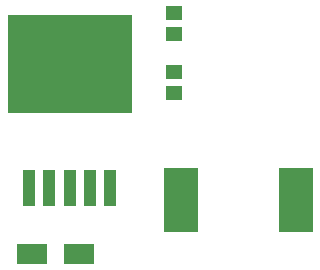
<source format=gtp>
G04*
G04 #@! TF.GenerationSoftware,Altium Limited,Altium Designer,22.2.1 (43)*
G04*
G04 Layer_Color=8421504*
%FSLAX25Y25*%
%MOIN*%
G70*
G04*
G04 #@! TF.SameCoordinates,5D5B1899-6389-410F-A5DA-9F547DEB4AAD*
G04*
G04*
G04 #@! TF.FilePolarity,Positive*
G04*
G01*
G75*
%ADD14R,0.11417X0.21260*%
%ADD15R,0.09843X0.06693*%
%ADD16R,0.05315X0.04528*%
%ADD17R,0.04000X0.12008*%
%ADD18R,0.41299X0.32992*%
D14*
X492717Y277559D02*
D03*
X530905D02*
D03*
D15*
X458661Y259842D02*
D03*
X442913D02*
D03*
D16*
X490158Y313484D02*
D03*
Y320374D02*
D03*
Y333169D02*
D03*
Y340059D02*
D03*
D17*
X468902Y281622D02*
D03*
X462201D02*
D03*
X455500D02*
D03*
X448799D02*
D03*
X442114D02*
D03*
D18*
X455500Y322961D02*
D03*
M02*

</source>
